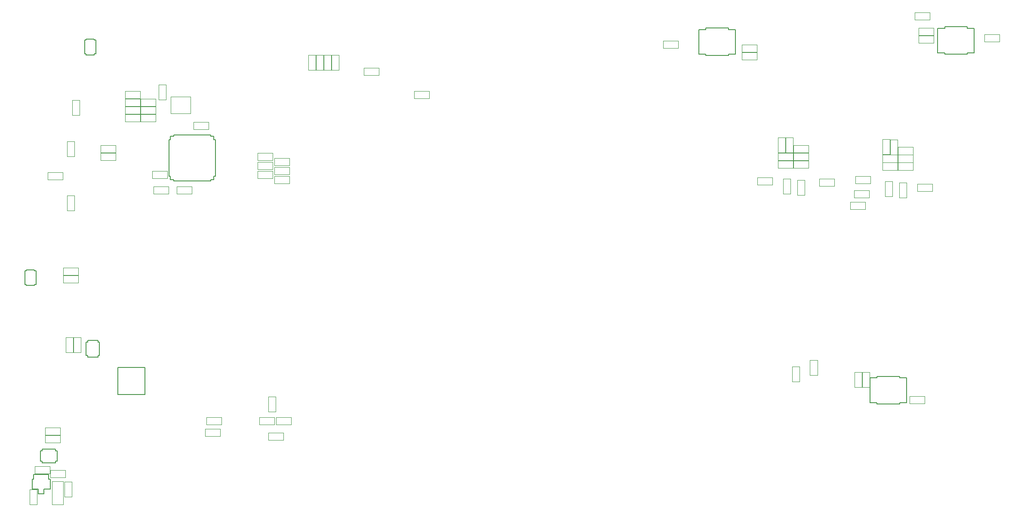
<source format=gbr>
%TF.GenerationSoftware,KiCad,Pcbnew,9.0.2*%
%TF.CreationDate,2025-10-03T13:51:35-05:00*%
%TF.ProjectId,PSEC5_Ctrl_Board,50534543-355f-4437-9472-6c5f426f6172,rev?*%
%TF.SameCoordinates,Original*%
%TF.FileFunction,Other,User*%
%FSLAX46Y46*%
G04 Gerber Fmt 4.6, Leading zero omitted, Abs format (unit mm)*
G04 Created by KiCad (PCBNEW 9.0.2) date 2025-10-03 13:51:35*
%MOMM*%
%LPD*%
G01*
G04 APERTURE LIST*
%ADD10C,0.050000*%
%ADD11C,0.152400*%
G04 APERTURE END LIST*
D10*
%TO.C,C5*%
X72384750Y-137179750D02*
X73844750Y-137179750D01*
X72384750Y-140139750D02*
X72384750Y-137179750D01*
X73844750Y-137179750D02*
X73844750Y-140139750D01*
X73844750Y-140139750D02*
X72384750Y-140139750D01*
%TO.C,R5*%
X110471000Y-72422000D02*
X113431000Y-72422000D01*
X110471000Y-73882000D02*
X110471000Y-72422000D01*
X113431000Y-72422000D02*
X113431000Y-73882000D01*
X113431000Y-73882000D02*
X110471000Y-73882000D01*
%TO.C,R1*%
X113710000Y-76994000D02*
X116670000Y-76994000D01*
X113710000Y-78454000D02*
X113710000Y-76994000D01*
X116670000Y-76994000D02*
X116670000Y-78454000D01*
X116670000Y-78454000D02*
X113710000Y-78454000D01*
%TO.C,R84*%
X89706000Y-75978000D02*
X92666000Y-75978000D01*
X89706000Y-77438000D02*
X89706000Y-75978000D01*
X92666000Y-75978000D02*
X92666000Y-77438000D01*
X92666000Y-77438000D02*
X89706000Y-77438000D01*
%TO.C,C71*%
X141268000Y-60230000D02*
X144228000Y-60230000D01*
X141268000Y-61690000D02*
X141268000Y-60230000D01*
X144228000Y-60230000D02*
X144228000Y-61690000D01*
X144228000Y-61690000D02*
X141268000Y-61690000D01*
%TO.C,R75*%
X125000000Y-53130000D02*
X126460000Y-53130000D01*
X125000000Y-56090000D02*
X125000000Y-53130000D01*
X126460000Y-53130000D02*
X126460000Y-56090000D01*
X126460000Y-56090000D02*
X125000000Y-56090000D01*
%TO.C,C99*%
X228136000Y-76994000D02*
X231096000Y-76994000D01*
X228136000Y-78454000D02*
X228136000Y-76994000D01*
X231096000Y-76994000D02*
X231096000Y-78454000D01*
X231096000Y-78454000D02*
X228136000Y-78454000D01*
%TO.C,C117*%
X236518000Y-71279000D02*
X239478000Y-71279000D01*
X236518000Y-72739000D02*
X236518000Y-71279000D01*
X239478000Y-71279000D02*
X239478000Y-72739000D01*
X239478000Y-72739000D02*
X236518000Y-72739000D01*
%TO.C,C83*%
X112570000Y-120420000D02*
X114030000Y-120420000D01*
X112570000Y-123380000D02*
X112570000Y-120420000D01*
X114030000Y-120420000D02*
X114030000Y-123380000D01*
X114030000Y-123380000D02*
X112570000Y-123380000D01*
D11*
%TO.C,U8*%
X244297200Y-52730400D02*
X244297200Y-47853600D01*
X245694200Y-47586900D02*
X250113800Y-47586900D01*
X245694200Y-47853600D02*
X244297200Y-47853600D01*
X245694200Y-47853600D02*
X245694200Y-47586900D01*
X245694200Y-52730400D02*
X244297200Y-52730400D01*
X245694200Y-52997100D02*
X245694200Y-52730400D01*
X250113800Y-47586900D02*
X250113800Y-47853600D01*
X250113800Y-47853600D02*
X251510800Y-47853600D01*
X250113800Y-52730400D02*
X250113800Y-52997100D01*
X250113800Y-52730400D02*
X251510800Y-52730400D01*
X250113800Y-52997100D02*
X245694200Y-52997100D01*
X251510800Y-47853600D02*
X251510800Y-52730400D01*
D10*
%TO.C,C60*%
X90964000Y-58972000D02*
X92424000Y-58972000D01*
X90964000Y-61932000D02*
X90964000Y-58972000D01*
X92424000Y-58972000D02*
X92424000Y-61932000D01*
X92424000Y-61932000D02*
X90964000Y-61932000D01*
%TO.C,C32*%
X240582000Y-47784000D02*
X243542000Y-47784000D01*
X240582000Y-49244000D02*
X240582000Y-47784000D01*
X243542000Y-47784000D02*
X243542000Y-49244000D01*
X243542000Y-49244000D02*
X240582000Y-49244000D01*
%TO.C,R7*%
X110471000Y-75978000D02*
X113431000Y-75978000D01*
X110471000Y-77438000D02*
X110471000Y-75978000D01*
X113431000Y-75978000D02*
X113431000Y-77438000D01*
X113431000Y-77438000D02*
X110471000Y-77438000D01*
%TO.C,C101*%
X227120000Y-82074000D02*
X230080000Y-82074000D01*
X227120000Y-83534000D02*
X227120000Y-82074000D01*
X230080000Y-82074000D02*
X230080000Y-83534000D01*
X230080000Y-83534000D02*
X227120000Y-83534000D01*
%TO.C,R76*%
X69132000Y-76232000D02*
X72092000Y-76232000D01*
X69132000Y-77692000D02*
X69132000Y-76232000D01*
X72092000Y-76232000D02*
X72092000Y-77692000D01*
X72092000Y-77692000D02*
X69132000Y-77692000D01*
%TO.C,C155*%
X97834000Y-66326000D02*
X100794000Y-66326000D01*
X97834000Y-67786000D02*
X97834000Y-66326000D01*
X100794000Y-66326000D02*
X100794000Y-67786000D01*
X100794000Y-67786000D02*
X97834000Y-67786000D01*
%TO.C,R3*%
X113710000Y-75216000D02*
X116670000Y-75216000D01*
X113710000Y-76676000D02*
X113710000Y-75216000D01*
X116670000Y-75216000D02*
X116670000Y-76676000D01*
X116670000Y-76676000D02*
X113710000Y-76676000D01*
%TO.C,R70*%
X120428000Y-53130000D02*
X121888000Y-53130000D01*
X120428000Y-56090000D02*
X120428000Y-53130000D01*
X121888000Y-53130000D02*
X121888000Y-56090000D01*
X121888000Y-56090000D02*
X120428000Y-56090000D01*
%TO.C,C53*%
X84359000Y-64802000D02*
X87319000Y-64802000D01*
X84359000Y-66262000D02*
X84359000Y-64802000D01*
X87319000Y-64802000D02*
X87319000Y-66262000D01*
X87319000Y-66262000D02*
X84359000Y-66262000D01*
%TO.C,C105*%
X219170000Y-113220000D02*
X219170000Y-116180000D01*
X219170000Y-116180000D02*
X220630000Y-116180000D01*
X220630000Y-113220000D02*
X219170000Y-113220000D01*
X220630000Y-116180000D02*
X220630000Y-113220000D01*
%TO.C,C38*%
X214408000Y-69386000D02*
X215868000Y-69386000D01*
X214408000Y-72346000D02*
X214408000Y-69386000D01*
X215868000Y-69386000D02*
X215868000Y-72346000D01*
X215868000Y-72346000D02*
X214408000Y-72346000D01*
%TO.C,C90*%
X205784000Y-51086000D02*
X208744000Y-51086000D01*
X205784000Y-52546000D02*
X205784000Y-51086000D01*
X208744000Y-51086000D02*
X208744000Y-52546000D01*
X208744000Y-52546000D02*
X205784000Y-52546000D01*
%TO.C,C69*%
X72193000Y-96552000D02*
X75153000Y-96552000D01*
X72193000Y-98012000D02*
X72193000Y-96552000D01*
X75153000Y-96552000D02*
X75153000Y-98012000D01*
X75153000Y-98012000D02*
X72193000Y-98012000D01*
%TO.C,C114*%
X213900000Y-77514000D02*
X215360000Y-77514000D01*
X213900000Y-80474000D02*
X213900000Y-77514000D01*
X215360000Y-77514000D02*
X215360000Y-80474000D01*
X215360000Y-80474000D02*
X213900000Y-80474000D01*
%TO.C,C82*%
X74200000Y-108756000D02*
X75660000Y-108756000D01*
X74200000Y-111716000D02*
X74200000Y-108756000D01*
X75660000Y-108756000D02*
X75660000Y-111716000D01*
X75660000Y-111716000D02*
X74200000Y-111716000D01*
%TO.C,L5*%
X87433000Y-64802000D02*
X90393000Y-64802000D01*
X87433000Y-66262000D02*
X87433000Y-64802000D01*
X90393000Y-64802000D02*
X90393000Y-66262000D01*
X90393000Y-66262000D02*
X87433000Y-66262000D01*
%TO.C,C116*%
X215957000Y-70898000D02*
X218917000Y-70898000D01*
X215957000Y-72358000D02*
X215957000Y-70898000D01*
X218917000Y-70898000D02*
X218917000Y-72358000D01*
X218917000Y-72358000D02*
X215957000Y-72358000D01*
%TO.C,C55*%
X84359000Y-61754000D02*
X87319000Y-61754000D01*
X84359000Y-63214000D02*
X84359000Y-61754000D01*
X87319000Y-61754000D02*
X87319000Y-63214000D01*
X87319000Y-63214000D02*
X84359000Y-63214000D01*
%TO.C,C29*%
X190277300Y-50324000D02*
X193237300Y-50324000D01*
X190277300Y-51784000D02*
X190277300Y-50324000D01*
X193237300Y-50324000D02*
X193237300Y-51784000D01*
X193237300Y-51784000D02*
X190277300Y-51784000D01*
D11*
%TO.C,U13*%
X230993200Y-116761600D02*
X230993200Y-121638400D01*
X230993200Y-116761600D02*
X232390200Y-116761600D01*
X230993200Y-121638400D02*
X232390200Y-121638400D01*
X232390200Y-116494900D02*
X232390200Y-116761600D01*
X232390200Y-121638400D02*
X232390200Y-121905100D01*
X232390200Y-121905100D02*
X236809800Y-121905100D01*
X236809800Y-116494900D02*
X232390200Y-116494900D01*
X236809800Y-116761600D02*
X236809800Y-116494900D01*
X236809800Y-121905100D02*
X236809800Y-121638400D01*
X238206800Y-116761600D02*
X236809800Y-116761600D01*
X238206800Y-121638400D02*
X236809800Y-121638400D01*
X238206800Y-121638400D02*
X238206800Y-116761600D01*
D10*
%TO.C,FB1*%
X69962750Y-137141750D02*
X72202750Y-137141750D01*
X69962750Y-141701750D02*
X69962750Y-137141750D01*
X72202750Y-137141750D02*
X72202750Y-141701750D01*
X72202750Y-141701750D02*
X69962750Y-141701750D01*
%TO.C,C78*%
X215957000Y-73946000D02*
X218917000Y-73946000D01*
X215957000Y-75406000D02*
X215957000Y-73946000D01*
X218917000Y-73946000D02*
X218917000Y-75406000D01*
X218917000Y-75406000D02*
X215957000Y-75406000D01*
%TO.C,C43*%
X68624000Y-128048000D02*
X71584000Y-128048000D01*
X68624000Y-129508000D02*
X68624000Y-128048000D01*
X71584000Y-128048000D02*
X71584000Y-129508000D01*
X71584000Y-129508000D02*
X68624000Y-129508000D01*
%TO.C,C30*%
X205784000Y-52610000D02*
X208744000Y-52610000D01*
X205784000Y-54070000D02*
X205784000Y-52610000D01*
X208744000Y-52610000D02*
X208744000Y-54070000D01*
X208744000Y-54070000D02*
X205784000Y-54070000D01*
D11*
%TO.C,Q1*%
X66040000Y-138620500D02*
X66040000Y-136715500D01*
X66334600Y-135737600D02*
X66334600Y-136715500D01*
X66334600Y-136715500D02*
X66040000Y-136715500D01*
X67284600Y-138620500D02*
X66040000Y-138620500D01*
X67284600Y-139598400D02*
X67284600Y-138620500D01*
X68351400Y-138620500D02*
X69596000Y-138620500D01*
X68351400Y-139598400D02*
X67284600Y-139598400D01*
X68351400Y-139598400D02*
X68351400Y-138620500D01*
X69301400Y-135737600D02*
X66334600Y-135737600D01*
X69301400Y-135737600D02*
X69301400Y-136715500D01*
X69301400Y-136715500D02*
X69596000Y-136715500D01*
X69596000Y-136715500D02*
X69596000Y-138620500D01*
D10*
%TO.C,R110*%
X66592000Y-134144000D02*
X69552000Y-134144000D01*
X66592000Y-135604000D02*
X66592000Y-134144000D01*
X69552000Y-134144000D02*
X69552000Y-135604000D01*
X69552000Y-135604000D02*
X66592000Y-135604000D01*
%TO.C,C84*%
X114090000Y-124492000D02*
X117050000Y-124492000D01*
X114090000Y-125952000D02*
X114090000Y-124492000D01*
X117050000Y-124492000D02*
X117050000Y-125952000D01*
X117050000Y-125952000D02*
X114090000Y-125952000D01*
%TO.C,C37*%
X212884000Y-69386000D02*
X214344000Y-69386000D01*
X212884000Y-72346000D02*
X212884000Y-69386000D01*
X214344000Y-69386000D02*
X214344000Y-72346000D01*
X214344000Y-72346000D02*
X212884000Y-72346000D01*
%TO.C,C64*%
X87433000Y-63278000D02*
X90393000Y-63278000D01*
X87433000Y-64738000D02*
X87433000Y-63278000D01*
X90393000Y-63278000D02*
X90393000Y-64738000D01*
X90393000Y-64738000D02*
X87433000Y-64738000D01*
%TO.C,C75*%
X236518000Y-72803000D02*
X239478000Y-72803000D01*
X236518000Y-74263000D02*
X236518000Y-72803000D01*
X239478000Y-72803000D02*
X239478000Y-74263000D01*
X239478000Y-74263000D02*
X236518000Y-74263000D01*
%TO.C,C89*%
X240582000Y-49308000D02*
X243542000Y-49308000D01*
X240582000Y-50768000D02*
X240582000Y-49308000D01*
X243542000Y-49308000D02*
X243542000Y-50768000D01*
X243542000Y-50768000D02*
X240582000Y-50768000D01*
%TO.C,C36*%
X233470000Y-74327000D02*
X236430000Y-74327000D01*
X233470000Y-75787000D02*
X233470000Y-74327000D01*
X236430000Y-74327000D02*
X236430000Y-75787000D01*
X236430000Y-75787000D02*
X233470000Y-75787000D01*
%TO.C,R112*%
X89960000Y-79026000D02*
X92920000Y-79026000D01*
X89960000Y-80486000D02*
X89960000Y-79026000D01*
X92920000Y-79026000D02*
X92920000Y-80486000D01*
X92920000Y-80486000D02*
X89960000Y-80486000D01*
%TO.C,C107*%
X72193000Y-95028000D02*
X75153000Y-95028000D01*
X72193000Y-96488000D02*
X72193000Y-95028000D01*
X75153000Y-95028000D02*
X75153000Y-96488000D01*
X75153000Y-96488000D02*
X72193000Y-96488000D01*
%TO.C,C86*%
X110788000Y-124492000D02*
X113748000Y-124492000D01*
X110788000Y-125952000D02*
X110788000Y-124492000D01*
X113748000Y-124492000D02*
X113748000Y-125952000D01*
X113748000Y-125952000D02*
X110788000Y-125952000D01*
%TO.C,R85*%
X69640000Y-134906000D02*
X72600000Y-134906000D01*
X69640000Y-136366000D02*
X69640000Y-134906000D01*
X72600000Y-134906000D02*
X72600000Y-136366000D01*
X72600000Y-136366000D02*
X69640000Y-136366000D01*
%TO.C,R114*%
X72930000Y-70148000D02*
X74390000Y-70148000D01*
X72930000Y-73108000D02*
X72930000Y-70148000D01*
X74390000Y-70148000D02*
X74390000Y-73108000D01*
X74390000Y-73108000D02*
X72930000Y-73108000D01*
D11*
%TO.C,U6*%
X67703700Y-133156579D02*
X67703700Y-131145407D01*
X68008500Y-130817493D02*
X70675500Y-130817493D01*
X68008500Y-131145407D02*
X67703700Y-131145407D01*
X68008500Y-131145407D02*
X68008500Y-130817493D01*
X68008500Y-133156579D02*
X67703700Y-133156579D01*
X68008500Y-133484493D02*
X68008500Y-133156579D01*
X70675500Y-130817493D02*
X70675500Y-131145407D01*
X70675500Y-131145407D02*
X70980300Y-131145407D01*
X70675500Y-133156579D02*
X70675500Y-133484493D01*
X70675500Y-133156579D02*
X70980300Y-133156579D01*
X70675500Y-133484493D02*
X68008500Y-133484493D01*
X70980300Y-131145407D02*
X70980300Y-133156579D01*
D10*
%TO.C,C100*%
X227882000Y-79788000D02*
X230842000Y-79788000D01*
X227882000Y-81248000D02*
X227882000Y-79788000D01*
X230842000Y-79788000D02*
X230842000Y-81248000D01*
X230842000Y-81248000D02*
X227882000Y-81248000D01*
%TO.C,C112*%
X208832000Y-77248000D02*
X211792000Y-77248000D01*
X208832000Y-78708000D02*
X208832000Y-77248000D01*
X211792000Y-77248000D02*
X211792000Y-78708000D01*
X211792000Y-78708000D02*
X208832000Y-78708000D01*
%TO.C,R73*%
X123476000Y-53130000D02*
X124936000Y-53130000D01*
X123476000Y-56090000D02*
X123476000Y-53130000D01*
X124936000Y-53130000D02*
X124936000Y-56090000D01*
X124936000Y-56090000D02*
X123476000Y-56090000D01*
%TO.C,C56*%
X84359000Y-60230000D02*
X87319000Y-60230000D01*
X84359000Y-61690000D02*
X84359000Y-60230000D01*
X87319000Y-60230000D02*
X87319000Y-61690000D01*
X87319000Y-61690000D02*
X84359000Y-61690000D01*
%TO.C,C57*%
X79533000Y-70898000D02*
X82493000Y-70898000D01*
X79533000Y-72358000D02*
X79533000Y-70898000D01*
X82493000Y-70898000D02*
X82493000Y-72358000D01*
X82493000Y-72358000D02*
X79533000Y-72358000D01*
%TO.C,C41*%
X233966000Y-78022000D02*
X235426000Y-78022000D01*
X233966000Y-80982000D02*
X233966000Y-78022000D01*
X235426000Y-78022000D02*
X235426000Y-80982000D01*
X235426000Y-80982000D02*
X233966000Y-80982000D01*
%TO.C,C103*%
X229470000Y-115645000D02*
X229470000Y-118605000D01*
X229470000Y-118605000D02*
X230930000Y-118605000D01*
X230930000Y-115645000D02*
X229470000Y-115645000D01*
X230930000Y-118605000D02*
X230930000Y-115645000D01*
%TO.C,C35*%
X233470000Y-72803000D02*
X236430000Y-72803000D01*
X233470000Y-74263000D02*
X233470000Y-72803000D01*
X236430000Y-72803000D02*
X236430000Y-74263000D01*
X236430000Y-74263000D02*
X233470000Y-74263000D01*
%TO.C,C85*%
X100374000Y-124492000D02*
X103334000Y-124492000D01*
X100374000Y-125952000D02*
X100374000Y-124492000D01*
X103334000Y-124492000D02*
X103334000Y-125952000D01*
X103334000Y-125952000D02*
X100374000Y-125952000D01*
%TO.C,C102*%
X238820000Y-120370000D02*
X238820000Y-121830000D01*
X238820000Y-121830000D02*
X241780000Y-121830000D01*
X241780000Y-120370000D02*
X238820000Y-120370000D01*
X241780000Y-121830000D02*
X241780000Y-120370000D01*
%TO.C,C87*%
X112566000Y-127540000D02*
X115526000Y-127540000D01*
X112566000Y-129000000D02*
X112566000Y-127540000D01*
X115526000Y-127540000D02*
X115526000Y-129000000D01*
X115526000Y-129000000D02*
X112566000Y-129000000D01*
%TO.C,R57*%
X236760000Y-78276000D02*
X238220000Y-78276000D01*
X236760000Y-81236000D02*
X236760000Y-78276000D01*
X238220000Y-78276000D02*
X238220000Y-81236000D01*
X238220000Y-81236000D02*
X236760000Y-81236000D01*
%TO.C,R115*%
X72930000Y-80816000D02*
X74390000Y-80816000D01*
X72930000Y-83776000D02*
X72930000Y-80816000D01*
X74390000Y-80816000D02*
X74390000Y-83776000D01*
X74390000Y-83776000D02*
X72930000Y-83776000D01*
%TO.C,C88*%
X100120000Y-126778000D02*
X103080000Y-126778000D01*
X100120000Y-128238000D02*
X100120000Y-126778000D01*
X103080000Y-126778000D02*
X103080000Y-128238000D01*
X103080000Y-128238000D02*
X100120000Y-128238000D01*
%TO.C,C40*%
X212896000Y-73946000D02*
X215856000Y-73946000D01*
X212896000Y-75406000D02*
X212896000Y-73946000D01*
X215856000Y-73946000D02*
X215856000Y-75406000D01*
X215856000Y-75406000D02*
X212896000Y-75406000D01*
%TO.C,R74*%
X73946000Y-62020000D02*
X75406000Y-62020000D01*
X73946000Y-64980000D02*
X73946000Y-62020000D01*
X75406000Y-62020000D02*
X75406000Y-64980000D01*
X75406000Y-64980000D02*
X73946000Y-64980000D01*
%TO.C,R113*%
X94532000Y-79026000D02*
X97492000Y-79026000D01*
X94532000Y-80486000D02*
X94532000Y-79026000D01*
X97492000Y-79026000D02*
X97492000Y-80486000D01*
X97492000Y-80486000D02*
X94532000Y-80486000D01*
%TO.C,C113*%
X221024000Y-77502000D02*
X223984000Y-77502000D01*
X221024000Y-78962000D02*
X221024000Y-77502000D01*
X223984000Y-77502000D02*
X223984000Y-78962000D01*
X223984000Y-78962000D02*
X221024000Y-78962000D01*
%TO.C,C70*%
X131362000Y-55658000D02*
X134322000Y-55658000D01*
X131362000Y-57118000D02*
X131362000Y-55658000D01*
X134322000Y-55658000D02*
X134322000Y-57118000D01*
X134322000Y-57118000D02*
X131362000Y-57118000D01*
%TO.C,C104*%
X227970000Y-115645000D02*
X227970000Y-118605000D01*
X227970000Y-118605000D02*
X229430000Y-118605000D01*
X229430000Y-115645000D02*
X227970000Y-115645000D01*
X229430000Y-118605000D02*
X229430000Y-115645000D01*
%TO.C,C24*%
X240328000Y-78518000D02*
X243288000Y-78518000D01*
X240328000Y-79978000D02*
X240328000Y-78518000D01*
X243288000Y-78518000D02*
X243288000Y-79978000D01*
X243288000Y-79978000D02*
X240328000Y-79978000D01*
%TO.C,R111*%
X65564000Y-138728000D02*
X67024000Y-138728000D01*
X65564000Y-141688000D02*
X65564000Y-138728000D01*
X67024000Y-138728000D02*
X67024000Y-141688000D01*
X67024000Y-141688000D02*
X65564000Y-141688000D01*
D11*
%TO.C,U10*%
X64595900Y-98355600D02*
X64595900Y-95644400D01*
X64900700Y-95450600D02*
X66500900Y-95450600D01*
X64900700Y-95644400D02*
X64595900Y-95644400D01*
X64900700Y-95644400D02*
X64900700Y-95450600D01*
X64900700Y-98355600D02*
X64595900Y-98355600D01*
X64900700Y-98549400D02*
X64900700Y-98355600D01*
X66500900Y-95450600D02*
X66500900Y-95644400D01*
X66500900Y-95644400D02*
X66805700Y-95644400D01*
X66500900Y-98355600D02*
X66500900Y-98549400D01*
X66500900Y-98355600D02*
X66805700Y-98355600D01*
X66500900Y-98549400D02*
X64900700Y-98549400D01*
X66805700Y-95644400D02*
X66805700Y-98355600D01*
D10*
%TO.C,C79*%
X215957000Y-72422000D02*
X218917000Y-72422000D01*
X215957000Y-73882000D02*
X215957000Y-72422000D01*
X218917000Y-72422000D02*
X218917000Y-73882000D01*
X218917000Y-73882000D02*
X215957000Y-73882000D01*
%TO.C,C108*%
X68624000Y-126524000D02*
X71584000Y-126524000D01*
X68624000Y-127984000D02*
X68624000Y-126524000D01*
X71584000Y-126524000D02*
X71584000Y-127984000D01*
X71584000Y-127984000D02*
X68624000Y-127984000D01*
%TO.C,R56*%
X216694000Y-77768000D02*
X218154000Y-77768000D01*
X216694000Y-80728000D02*
X216694000Y-77768000D01*
X218154000Y-77768000D02*
X218154000Y-80728000D01*
X218154000Y-80728000D02*
X216694000Y-80728000D01*
%TO.C,C73*%
X236518000Y-74327000D02*
X239478000Y-74327000D01*
X236518000Y-75787000D02*
X236518000Y-74327000D01*
X239478000Y-74327000D02*
X239478000Y-75787000D01*
X239478000Y-75787000D02*
X236518000Y-75787000D01*
%TO.C,C91*%
X239820000Y-44736000D02*
X242780000Y-44736000D01*
X239820000Y-46196000D02*
X239820000Y-44736000D01*
X242780000Y-44736000D02*
X242780000Y-46196000D01*
X242780000Y-46196000D02*
X239820000Y-46196000D01*
%TO.C,R6*%
X110471000Y-74200000D02*
X113431000Y-74200000D01*
X110471000Y-75660000D02*
X110471000Y-74200000D01*
X113431000Y-74200000D02*
X113431000Y-75660000D01*
X113431000Y-75660000D02*
X110471000Y-75660000D01*
%TO.C,C33*%
X233458000Y-69767000D02*
X234918000Y-69767000D01*
X233458000Y-72727000D02*
X233458000Y-69767000D01*
X234918000Y-69767000D02*
X234918000Y-72727000D01*
X234918000Y-72727000D02*
X233458000Y-72727000D01*
D11*
%TO.C,U17*%
X82944000Y-114719400D02*
X88252000Y-114719400D01*
X82944000Y-120027400D02*
X82944000Y-114719400D01*
X88252000Y-114719400D02*
X88252000Y-120027400D01*
X88252000Y-120027400D02*
X82944000Y-120027400D01*
D10*
%TO.C,C95*%
X72676000Y-108756000D02*
X74136000Y-108756000D01*
X72676000Y-111716000D02*
X72676000Y-108756000D01*
X74136000Y-108756000D02*
X74136000Y-111716000D01*
X74136000Y-111716000D02*
X72676000Y-111716000D01*
D11*
%TO.C,U3*%
X76365100Y-52917600D02*
X76365100Y-50206400D01*
X76669900Y-50012600D02*
X78270100Y-50012600D01*
X76669900Y-50206400D02*
X76365100Y-50206400D01*
X76669900Y-50206400D02*
X76669900Y-50012600D01*
X76669900Y-52917600D02*
X76365100Y-52917600D01*
X76669900Y-53111400D02*
X76669900Y-52917600D01*
X78270100Y-50012600D02*
X78270100Y-50206400D01*
X78270100Y-50206400D02*
X78574900Y-50206400D01*
X78270100Y-52917600D02*
X78270100Y-53111400D01*
X78270100Y-52917600D02*
X78574900Y-52917600D01*
X78270100Y-53111400D02*
X76669900Y-53111400D01*
X78574900Y-50206400D02*
X78574900Y-52917600D01*
D10*
%TO.C,R4*%
X113710000Y-73438000D02*
X116670000Y-73438000D01*
X113710000Y-74898000D02*
X113710000Y-73438000D01*
X116670000Y-73438000D02*
X116670000Y-74898000D01*
X116670000Y-74898000D02*
X113710000Y-74898000D01*
%TO.C,C34*%
X234982000Y-69780000D02*
X236442000Y-69780000D01*
X234982000Y-72740000D02*
X234982000Y-69780000D01*
X236442000Y-69780000D02*
X236442000Y-72740000D01*
X236442000Y-72740000D02*
X234982000Y-72740000D01*
%TO.C,R108*%
X215678000Y-114520000D02*
X215678000Y-117480000D01*
X215678000Y-117480000D02*
X217138000Y-117480000D01*
X217138000Y-114520000D02*
X215678000Y-114520000D01*
X217138000Y-117480000D02*
X217138000Y-114520000D01*
%TO.C,C54*%
X84359000Y-63278000D02*
X87319000Y-63278000D01*
X84359000Y-64738000D02*
X84359000Y-63278000D01*
X87319000Y-63278000D02*
X87319000Y-64738000D01*
X87319000Y-64738000D02*
X84359000Y-64738000D01*
D11*
%TO.C,U7*%
X197294500Y-52984400D02*
X197294500Y-48107600D01*
X198691500Y-47840900D02*
X203111100Y-47840900D01*
X198691500Y-48107600D02*
X197294500Y-48107600D01*
X198691500Y-48107600D02*
X198691500Y-47840900D01*
X198691500Y-52984400D02*
X197294500Y-52984400D01*
X198691500Y-53251100D02*
X198691500Y-52984400D01*
X203111100Y-47840900D02*
X203111100Y-48107600D01*
X203111100Y-48107600D02*
X204508100Y-48107600D01*
X203111100Y-52984400D02*
X203111100Y-53251100D01*
X203111100Y-52984400D02*
X204508100Y-52984400D01*
X203111100Y-53251100D02*
X198691500Y-53251100D01*
X204508100Y-48107600D02*
X204508100Y-52984400D01*
%TO.C,U14*%
X76644500Y-109664500D02*
X76972414Y-109664500D01*
X76644500Y-112331500D02*
X76644500Y-109664500D01*
X76972414Y-109359700D02*
X78983586Y-109359700D01*
X76972414Y-109664500D02*
X76972414Y-109359700D01*
X76972414Y-112331500D02*
X76644500Y-112331500D01*
X76972414Y-112331500D02*
X76972414Y-112636300D01*
X78983586Y-109664500D02*
X78983586Y-109359700D01*
X78983586Y-109664500D02*
X79311500Y-109664500D01*
X78983586Y-112331500D02*
X78983586Y-112636300D01*
X78983586Y-112636300D02*
X76972414Y-112636300D01*
X79311500Y-109664500D02*
X79311500Y-112331500D01*
X79311500Y-112331500D02*
X78983586Y-112331500D01*
D10*
%TO.C,Y3*%
X93300000Y-61367000D02*
X97200000Y-61367000D01*
X93300000Y-64617000D02*
X93300000Y-61367000D01*
X97200000Y-61367000D02*
X97200000Y-64617000D01*
X97200000Y-64617000D02*
X93300000Y-64617000D01*
D11*
%TO.C,U1*%
X92976700Y-69775000D02*
X92976700Y-77037000D01*
X92976700Y-77037000D02*
X93281500Y-77037000D01*
X93281500Y-69151500D02*
X93281500Y-69775000D01*
X93281500Y-69775000D02*
X92976700Y-69775000D01*
X93281500Y-77037000D02*
X93281500Y-77660500D01*
X93281500Y-77660500D02*
X93905000Y-77660500D01*
X93905000Y-68846700D02*
X93905000Y-69151500D01*
X93905000Y-69151500D02*
X93281500Y-69151500D01*
X93905000Y-77660500D02*
X93905000Y-77965300D01*
X93905000Y-77965300D02*
X101167000Y-77965300D01*
X101167000Y-68846700D02*
X93905000Y-68846700D01*
X101167000Y-69151500D02*
X101167000Y-68846700D01*
X101167000Y-77660500D02*
X101790500Y-77660500D01*
X101167000Y-77965300D02*
X101167000Y-77660500D01*
X101790500Y-69151500D02*
X101167000Y-69151500D01*
X101790500Y-69775000D02*
X101790500Y-69151500D01*
X101790500Y-77037000D02*
X102095300Y-77037000D01*
X101790500Y-77660500D02*
X101790500Y-77037000D01*
X102095300Y-69775000D02*
X101790500Y-69775000D01*
X102095300Y-77037000D02*
X102095300Y-69775000D01*
D10*
%TO.C,C39*%
X212896000Y-72422000D02*
X215856000Y-72422000D01*
X212896000Y-73882000D02*
X212896000Y-72422000D01*
X215856000Y-72422000D02*
X215856000Y-73882000D01*
X215856000Y-73882000D02*
X212896000Y-73882000D01*
%TO.C,R71*%
X121952000Y-53130000D02*
X123412000Y-53130000D01*
X121952000Y-56090000D02*
X121952000Y-53130000D01*
X123412000Y-53130000D02*
X123412000Y-56090000D01*
X123412000Y-56090000D02*
X121952000Y-56090000D01*
%TO.C,C62*%
X87433000Y-61754000D02*
X90393000Y-61754000D01*
X87433000Y-63214000D02*
X87433000Y-61754000D01*
X90393000Y-61754000D02*
X90393000Y-63214000D01*
X90393000Y-63214000D02*
X87433000Y-63214000D01*
%TO.C,R100*%
X79533000Y-72422000D02*
X82493000Y-72422000D01*
X79533000Y-73882000D02*
X79533000Y-72422000D01*
X82493000Y-72422000D02*
X82493000Y-73882000D01*
X82493000Y-73882000D02*
X79533000Y-73882000D01*
%TO.C,C31*%
X253536000Y-49054000D02*
X256496000Y-49054000D01*
X253536000Y-50514000D02*
X253536000Y-49054000D01*
X256496000Y-49054000D02*
X256496000Y-50514000D01*
X256496000Y-50514000D02*
X253536000Y-50514000D01*
%TD*%
M02*

</source>
